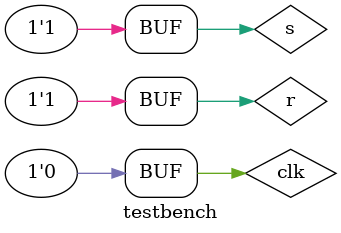
<source format=v>
`timescale 1ns/1ns

module testbench;
reg s;
reg r;
reg clk;
wire q;
wire qbar;
integer i;
SR_Flip_Flop behav(.s(s),.r(r),.clk(clk),.q(q),.qbar(qbar));
task pulse_clk;
begin
    #10 clk = 1;
    #10 clk = 0;
end
endtask
initial begin
$dumpfile("SR_Flip_Flop.vcd");
$dumpvars(0,testbench);


clk=0;
s=0;
r=0;

s=0;r=0;pulse_clk();
s=0;r=1;pulse_clk();
s=1;r=0;pulse_clk();
s=1;r=1;pulse_clk();





end

endmodule
</source>
